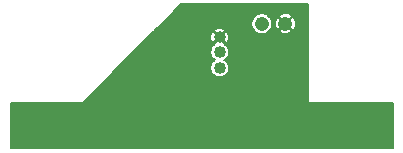
<source format=gbl>
G04 #@! TF.GenerationSoftware,KiCad,Pcbnew,6.0.0-rc1-unknown-r13375-f0c57176*
G04 #@! TF.CreationDate,2018-08-09T00:22:08-05:00*
G04 #@! TF.ProjectId,led_array,6C65645F61727261792E6B696361645F,1*
G04 #@! TF.SameCoordinates,PX7445a00PY7445a00*
G04 #@! TF.FileFunction,Copper,L2,Bot,Signal*
G04 #@! TF.FilePolarity,Positive*
%FSLAX46Y46*%
G04 Gerber Fmt 4.6, Leading zero omitted, Abs format (unit mm)*
G04 Created by KiCad (PCBNEW 6.0.0-rc1-unknown-r13375-f0c57176) date Thu Aug  9 00:22:08 2018*
%MOMM*%
%LPD*%
G01*
G04 APERTURE LIST*
G04 #@! TA.AperFunction,ComponentPad*
%ADD10C,1.016000*%
G04 #@! TD*
G04 #@! TA.AperFunction,ComponentPad*
%ADD11C,1.208000*%
G04 #@! TD*
G04 #@! TA.AperFunction,ViaPad*
%ADD12C,0.800000*%
G04 #@! TD*
G04 #@! TA.AperFunction,Conductor*
%ADD13C,0.152400*%
G04 #@! TD*
G04 APERTURE END LIST*
D10*
G04 #@! TO.P,U$2,1*
G04 #@! TO.N,/GND*
X21336000Y9512600D03*
G04 #@! TO.P,U$2,3*
G04 #@! TO.N,/VCC*
X21336000Y6896400D03*
G04 #@! TO.P,U$2,2*
G04 #@! TO.N,/SIG*
X21336000Y8242600D03*
G04 #@! TD*
D11*
G04 #@! TO.P,U$3,PWR*
G04 #@! TO.N,/BATT*
X24908000Y10668000D03*
G04 #@! TO.P,U$3,GND*
G04 #@! TO.N,/GND*
X26908000Y10668000D03*
G04 #@! TD*
D12*
G04 #@! TO.N,/GND*
X12700000Y1524000D03*
X17780000Y1524000D03*
G04 #@! TD*
D13*
G04 #@! TO.N,/GND*
G36*
X28819801Y4070700D02*
X28819141Y4064000D01*
X28821771Y4037300D01*
X28829559Y4011626D01*
X28842206Y3987965D01*
X28859226Y3967226D01*
X28879965Y3950206D01*
X28903626Y3937559D01*
X28929300Y3929771D01*
X28949310Y3927800D01*
X28956000Y3927141D01*
X28962690Y3927800D01*
X35991800Y3927800D01*
X35991800Y101200D01*
X3632200Y101200D01*
X3632200Y3927800D01*
X9645310Y3927800D01*
X9652000Y3927141D01*
X9658690Y3927800D01*
X9678700Y3929771D01*
X9704374Y3937559D01*
X9728035Y3950206D01*
X9748774Y3967226D01*
X9753044Y3972429D01*
X14100452Y8319837D01*
X20551800Y8319837D01*
X20551800Y8165363D01*
X20581937Y8013857D01*
X20641051Y7871142D01*
X20726872Y7742702D01*
X20836102Y7633472D01*
X20931843Y7569500D01*
X20836102Y7505528D01*
X20726872Y7396298D01*
X20641051Y7267858D01*
X20581937Y7125143D01*
X20551800Y6973637D01*
X20551800Y6819163D01*
X20581937Y6667657D01*
X20641051Y6524942D01*
X20726872Y6396502D01*
X20836102Y6287272D01*
X20964542Y6201451D01*
X21107257Y6142337D01*
X21258763Y6112200D01*
X21413237Y6112200D01*
X21564743Y6142337D01*
X21707458Y6201451D01*
X21835898Y6287272D01*
X21945128Y6396502D01*
X22030949Y6524942D01*
X22090063Y6667657D01*
X22120200Y6819163D01*
X22120200Y6973637D01*
X22090063Y7125143D01*
X22030949Y7267858D01*
X21945128Y7396298D01*
X21835898Y7505528D01*
X21740157Y7569500D01*
X21835898Y7633472D01*
X21945128Y7742702D01*
X22030949Y7871142D01*
X22090063Y8013857D01*
X22120200Y8165363D01*
X22120200Y8319837D01*
X22090063Y8471343D01*
X22030949Y8614058D01*
X21945128Y8742498D01*
X21835898Y8851728D01*
X21789190Y8882937D01*
X21827667Y8985578D01*
X21336000Y9477245D01*
X20844333Y8985578D01*
X20882810Y8882937D01*
X20836102Y8851728D01*
X20726872Y8742498D01*
X20641051Y8614058D01*
X20581937Y8471343D01*
X20551800Y8319837D01*
X14100452Y8319837D01*
X15299249Y9518634D01*
X20545616Y9518634D01*
X20559626Y9364322D01*
X20603471Y9215708D01*
X20675467Y9078504D01*
X20682173Y9068468D01*
X20808978Y9020933D01*
X21300645Y9512600D01*
X21371355Y9512600D01*
X21863022Y9020933D01*
X21989827Y9068468D01*
X22063910Y9204557D01*
X22110020Y9352485D01*
X22126384Y9506566D01*
X22112374Y9660878D01*
X22068529Y9809492D01*
X21996533Y9946696D01*
X21989827Y9956732D01*
X21863022Y10004267D01*
X21371355Y9512600D01*
X21300645Y9512600D01*
X20808978Y10004267D01*
X20682173Y9956732D01*
X20608090Y9820643D01*
X20561980Y9672715D01*
X20545616Y9518634D01*
X15299249Y9518634D01*
X15820237Y10039622D01*
X20844333Y10039622D01*
X21336000Y9547955D01*
X21827667Y10039622D01*
X21780132Y10166427D01*
X21644043Y10240510D01*
X21496115Y10286620D01*
X21342034Y10302984D01*
X21187722Y10288974D01*
X21039108Y10245129D01*
X20901904Y10173133D01*
X20891868Y10166427D01*
X20844333Y10039622D01*
X15820237Y10039622D01*
X16535307Y10754692D01*
X24027800Y10754692D01*
X24027800Y10581308D01*
X24061626Y10411255D01*
X24127977Y10251069D01*
X24224304Y10106905D01*
X24346905Y9984304D01*
X24491069Y9887977D01*
X24651255Y9821626D01*
X24821308Y9787800D01*
X24994692Y9787800D01*
X25164745Y9821626D01*
X25324931Y9887977D01*
X25469095Y9984304D01*
X25557521Y10072730D01*
X26348085Y10072730D01*
X26407142Y9936096D01*
X26559553Y9852447D01*
X26725355Y9800139D01*
X26898175Y9781182D01*
X27071374Y9796306D01*
X27238294Y9844928D01*
X27392521Y9925180D01*
X27408858Y9936096D01*
X27467915Y10072730D01*
X26908000Y10632645D01*
X26348085Y10072730D01*
X25557521Y10072730D01*
X25591696Y10106905D01*
X25688023Y10251069D01*
X25754374Y10411255D01*
X25788200Y10581308D01*
X25788200Y10677825D01*
X26021182Y10677825D01*
X26036306Y10504626D01*
X26084928Y10337706D01*
X26165180Y10183479D01*
X26176096Y10167142D01*
X26312730Y10108085D01*
X26872645Y10668000D01*
X26943355Y10668000D01*
X27503270Y10108085D01*
X27639904Y10167142D01*
X27723553Y10319553D01*
X27775861Y10485355D01*
X27794818Y10658175D01*
X27779694Y10831374D01*
X27731072Y10998294D01*
X27650820Y11152521D01*
X27639904Y11168858D01*
X27503270Y11227915D01*
X26943355Y10668000D01*
X26872645Y10668000D01*
X26312730Y11227915D01*
X26176096Y11168858D01*
X26092447Y11016447D01*
X26040139Y10850645D01*
X26021182Y10677825D01*
X25788200Y10677825D01*
X25788200Y10754692D01*
X25754374Y10924745D01*
X25688023Y11084931D01*
X25591696Y11229095D01*
X25557521Y11263270D01*
X26348085Y11263270D01*
X26908000Y10703355D01*
X27467915Y11263270D01*
X27408858Y11399904D01*
X27256447Y11483553D01*
X27090645Y11535861D01*
X26917825Y11554818D01*
X26744626Y11539694D01*
X26577706Y11491072D01*
X26423479Y11410820D01*
X26407142Y11399904D01*
X26348085Y11263270D01*
X25557521Y11263270D01*
X25469095Y11351696D01*
X25324931Y11448023D01*
X25164745Y11514374D01*
X24994692Y11548200D01*
X24821308Y11548200D01*
X24651255Y11514374D01*
X24491069Y11448023D01*
X24346905Y11351696D01*
X24224304Y11229095D01*
X24127977Y11084931D01*
X24061626Y10924745D01*
X24027800Y10754692D01*
X16535307Y10754692D01*
X18090416Y12309800D01*
X28819800Y12309800D01*
X28819801Y4070700D01*
X28819801Y4070700D01*
G37*
X28819801Y4070700D02*
X28819141Y4064000D01*
X28821771Y4037300D01*
X28829559Y4011626D01*
X28842206Y3987965D01*
X28859226Y3967226D01*
X28879965Y3950206D01*
X28903626Y3937559D01*
X28929300Y3929771D01*
X28949310Y3927800D01*
X28956000Y3927141D01*
X28962690Y3927800D01*
X35991800Y3927800D01*
X35991800Y101200D01*
X3632200Y101200D01*
X3632200Y3927800D01*
X9645310Y3927800D01*
X9652000Y3927141D01*
X9658690Y3927800D01*
X9678700Y3929771D01*
X9704374Y3937559D01*
X9728035Y3950206D01*
X9748774Y3967226D01*
X9753044Y3972429D01*
X14100452Y8319837D01*
X20551800Y8319837D01*
X20551800Y8165363D01*
X20581937Y8013857D01*
X20641051Y7871142D01*
X20726872Y7742702D01*
X20836102Y7633472D01*
X20931843Y7569500D01*
X20836102Y7505528D01*
X20726872Y7396298D01*
X20641051Y7267858D01*
X20581937Y7125143D01*
X20551800Y6973637D01*
X20551800Y6819163D01*
X20581937Y6667657D01*
X20641051Y6524942D01*
X20726872Y6396502D01*
X20836102Y6287272D01*
X20964542Y6201451D01*
X21107257Y6142337D01*
X21258763Y6112200D01*
X21413237Y6112200D01*
X21564743Y6142337D01*
X21707458Y6201451D01*
X21835898Y6287272D01*
X21945128Y6396502D01*
X22030949Y6524942D01*
X22090063Y6667657D01*
X22120200Y6819163D01*
X22120200Y6973637D01*
X22090063Y7125143D01*
X22030949Y7267858D01*
X21945128Y7396298D01*
X21835898Y7505528D01*
X21740157Y7569500D01*
X21835898Y7633472D01*
X21945128Y7742702D01*
X22030949Y7871142D01*
X22090063Y8013857D01*
X22120200Y8165363D01*
X22120200Y8319837D01*
X22090063Y8471343D01*
X22030949Y8614058D01*
X21945128Y8742498D01*
X21835898Y8851728D01*
X21789190Y8882937D01*
X21827667Y8985578D01*
X21336000Y9477245D01*
X20844333Y8985578D01*
X20882810Y8882937D01*
X20836102Y8851728D01*
X20726872Y8742498D01*
X20641051Y8614058D01*
X20581937Y8471343D01*
X20551800Y8319837D01*
X14100452Y8319837D01*
X15299249Y9518634D01*
X20545616Y9518634D01*
X20559626Y9364322D01*
X20603471Y9215708D01*
X20675467Y9078504D01*
X20682173Y9068468D01*
X20808978Y9020933D01*
X21300645Y9512600D01*
X21371355Y9512600D01*
X21863022Y9020933D01*
X21989827Y9068468D01*
X22063910Y9204557D01*
X22110020Y9352485D01*
X22126384Y9506566D01*
X22112374Y9660878D01*
X22068529Y9809492D01*
X21996533Y9946696D01*
X21989827Y9956732D01*
X21863022Y10004267D01*
X21371355Y9512600D01*
X21300645Y9512600D01*
X20808978Y10004267D01*
X20682173Y9956732D01*
X20608090Y9820643D01*
X20561980Y9672715D01*
X20545616Y9518634D01*
X15299249Y9518634D01*
X15820237Y10039622D01*
X20844333Y10039622D01*
X21336000Y9547955D01*
X21827667Y10039622D01*
X21780132Y10166427D01*
X21644043Y10240510D01*
X21496115Y10286620D01*
X21342034Y10302984D01*
X21187722Y10288974D01*
X21039108Y10245129D01*
X20901904Y10173133D01*
X20891868Y10166427D01*
X20844333Y10039622D01*
X15820237Y10039622D01*
X16535307Y10754692D01*
X24027800Y10754692D01*
X24027800Y10581308D01*
X24061626Y10411255D01*
X24127977Y10251069D01*
X24224304Y10106905D01*
X24346905Y9984304D01*
X24491069Y9887977D01*
X24651255Y9821626D01*
X24821308Y9787800D01*
X24994692Y9787800D01*
X25164745Y9821626D01*
X25324931Y9887977D01*
X25469095Y9984304D01*
X25557521Y10072730D01*
X26348085Y10072730D01*
X26407142Y9936096D01*
X26559553Y9852447D01*
X26725355Y9800139D01*
X26898175Y9781182D01*
X27071374Y9796306D01*
X27238294Y9844928D01*
X27392521Y9925180D01*
X27408858Y9936096D01*
X27467915Y10072730D01*
X26908000Y10632645D01*
X26348085Y10072730D01*
X25557521Y10072730D01*
X25591696Y10106905D01*
X25688023Y10251069D01*
X25754374Y10411255D01*
X25788200Y10581308D01*
X25788200Y10677825D01*
X26021182Y10677825D01*
X26036306Y10504626D01*
X26084928Y10337706D01*
X26165180Y10183479D01*
X26176096Y10167142D01*
X26312730Y10108085D01*
X26872645Y10668000D01*
X26943355Y10668000D01*
X27503270Y10108085D01*
X27639904Y10167142D01*
X27723553Y10319553D01*
X27775861Y10485355D01*
X27794818Y10658175D01*
X27779694Y10831374D01*
X27731072Y10998294D01*
X27650820Y11152521D01*
X27639904Y11168858D01*
X27503270Y11227915D01*
X26943355Y10668000D01*
X26872645Y10668000D01*
X26312730Y11227915D01*
X26176096Y11168858D01*
X26092447Y11016447D01*
X26040139Y10850645D01*
X26021182Y10677825D01*
X25788200Y10677825D01*
X25788200Y10754692D01*
X25754374Y10924745D01*
X25688023Y11084931D01*
X25591696Y11229095D01*
X25557521Y11263270D01*
X26348085Y11263270D01*
X26908000Y10703355D01*
X27467915Y11263270D01*
X27408858Y11399904D01*
X27256447Y11483553D01*
X27090645Y11535861D01*
X26917825Y11554818D01*
X26744626Y11539694D01*
X26577706Y11491072D01*
X26423479Y11410820D01*
X26407142Y11399904D01*
X26348085Y11263270D01*
X25557521Y11263270D01*
X25469095Y11351696D01*
X25324931Y11448023D01*
X25164745Y11514374D01*
X24994692Y11548200D01*
X24821308Y11548200D01*
X24651255Y11514374D01*
X24491069Y11448023D01*
X24346905Y11351696D01*
X24224304Y11229095D01*
X24127977Y11084931D01*
X24061626Y10924745D01*
X24027800Y10754692D01*
X16535307Y10754692D01*
X18090416Y12309800D01*
X28819800Y12309800D01*
X28819801Y4070700D01*
G04 #@! TD*
M02*

</source>
